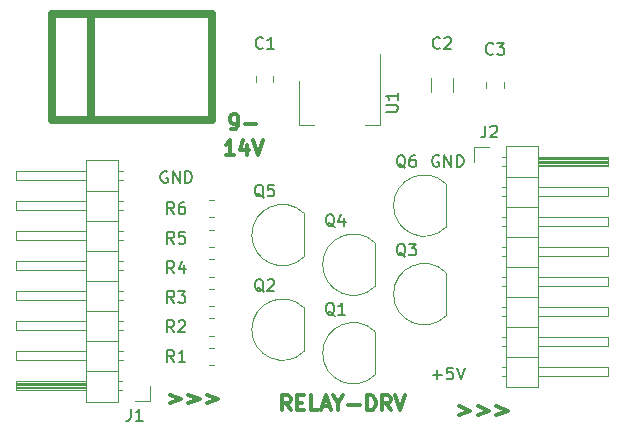
<source format=gbr>
%TF.GenerationSoftware,KiCad,Pcbnew,(5.1.10)-1*%
%TF.CreationDate,2021-11-26T12:13:43-05:00*%
%TF.ProjectId,RELAY_DRVR,52454c41-595f-4445-9256-522e6b696361,rev?*%
%TF.SameCoordinates,Original*%
%TF.FileFunction,Legend,Top*%
%TF.FilePolarity,Positive*%
%FSLAX46Y46*%
G04 Gerber Fmt 4.6, Leading zero omitted, Abs format (unit mm)*
G04 Created by KiCad (PCBNEW (5.1.10)-1) date 2021-11-26 12:13:43*
%MOMM*%
%LPD*%
G01*
G04 APERTURE LIST*
%ADD10C,0.304800*%
%ADD11C,0.150000*%
%ADD12C,0.120000*%
%ADD13C,0.650000*%
G04 APERTURE END LIST*
D10*
X47685476Y-42074523D02*
X47262142Y-41469761D01*
X46959761Y-42074523D02*
X46959761Y-40804523D01*
X47443571Y-40804523D01*
X47564523Y-40865000D01*
X47625000Y-40925476D01*
X47685476Y-41046428D01*
X47685476Y-41227857D01*
X47625000Y-41348809D01*
X47564523Y-41409285D01*
X47443571Y-41469761D01*
X46959761Y-41469761D01*
X48229761Y-41409285D02*
X48653095Y-41409285D01*
X48834523Y-42074523D02*
X48229761Y-42074523D01*
X48229761Y-40804523D01*
X48834523Y-40804523D01*
X49983571Y-42074523D02*
X49378809Y-42074523D01*
X49378809Y-40804523D01*
X50346428Y-41711666D02*
X50951190Y-41711666D01*
X50225476Y-42074523D02*
X50648809Y-40804523D01*
X51072142Y-42074523D01*
X51737380Y-41469761D02*
X51737380Y-42074523D01*
X51314047Y-40804523D02*
X51737380Y-41469761D01*
X52160714Y-40804523D01*
X52584047Y-41590714D02*
X53551666Y-41590714D01*
X54156428Y-42074523D02*
X54156428Y-40804523D01*
X54458809Y-40804523D01*
X54640238Y-40865000D01*
X54761190Y-40985952D01*
X54821666Y-41106904D01*
X54882142Y-41348809D01*
X54882142Y-41530238D01*
X54821666Y-41772142D01*
X54761190Y-41893095D01*
X54640238Y-42014047D01*
X54458809Y-42074523D01*
X54156428Y-42074523D01*
X56152142Y-42074523D02*
X55728809Y-41469761D01*
X55426428Y-42074523D02*
X55426428Y-40804523D01*
X55910238Y-40804523D01*
X56031190Y-40865000D01*
X56091666Y-40925476D01*
X56152142Y-41046428D01*
X56152142Y-41227857D01*
X56091666Y-41348809D01*
X56031190Y-41409285D01*
X55910238Y-41469761D01*
X55426428Y-41469761D01*
X56515000Y-40804523D02*
X56938333Y-42074523D01*
X57361666Y-40804523D01*
X61943809Y-41727857D02*
X62911428Y-42090714D01*
X61943809Y-42453571D01*
X63516190Y-41727857D02*
X64483809Y-42090714D01*
X63516190Y-42453571D01*
X65088571Y-41727857D02*
X66056190Y-42090714D01*
X65088571Y-42453571D01*
X37443809Y-40727857D02*
X38411428Y-41090714D01*
X37443809Y-41453571D01*
X39016190Y-40727857D02*
X39983809Y-41090714D01*
X39016190Y-41453571D01*
X40588571Y-40727857D02*
X41556190Y-41090714D01*
X40588571Y-41453571D01*
D11*
X59714285Y-39071428D02*
X60476190Y-39071428D01*
X60095238Y-39452380D02*
X60095238Y-38690476D01*
X61428571Y-38452380D02*
X60952380Y-38452380D01*
X60904761Y-38928571D01*
X60952380Y-38880952D01*
X61047619Y-38833333D01*
X61285714Y-38833333D01*
X61380952Y-38880952D01*
X61428571Y-38928571D01*
X61476190Y-39023809D01*
X61476190Y-39261904D01*
X61428571Y-39357142D01*
X61380952Y-39404761D01*
X61285714Y-39452380D01*
X61047619Y-39452380D01*
X60952380Y-39404761D01*
X60904761Y-39357142D01*
X61761904Y-38452380D02*
X62095238Y-39452380D01*
X62428571Y-38452380D01*
X60238095Y-20500000D02*
X60142857Y-20452380D01*
X60000000Y-20452380D01*
X59857142Y-20500000D01*
X59761904Y-20595238D01*
X59714285Y-20690476D01*
X59666666Y-20880952D01*
X59666666Y-21023809D01*
X59714285Y-21214285D01*
X59761904Y-21309523D01*
X59857142Y-21404761D01*
X60000000Y-21452380D01*
X60095238Y-21452380D01*
X60238095Y-21404761D01*
X60285714Y-21357142D01*
X60285714Y-21023809D01*
X60095238Y-21023809D01*
X60714285Y-21452380D02*
X60714285Y-20452380D01*
X61285714Y-21452380D01*
X61285714Y-20452380D01*
X61761904Y-21452380D02*
X61761904Y-20452380D01*
X62000000Y-20452380D01*
X62142857Y-20500000D01*
X62238095Y-20595238D01*
X62285714Y-20690476D01*
X62333333Y-20880952D01*
X62333333Y-21023809D01*
X62285714Y-21214285D01*
X62238095Y-21309523D01*
X62142857Y-21404761D01*
X62000000Y-21452380D01*
X61761904Y-21452380D01*
X37238095Y-21852000D02*
X37142857Y-21804380D01*
X37000000Y-21804380D01*
X36857142Y-21852000D01*
X36761904Y-21947238D01*
X36714285Y-22042476D01*
X36666666Y-22232952D01*
X36666666Y-22375809D01*
X36714285Y-22566285D01*
X36761904Y-22661523D01*
X36857142Y-22756761D01*
X37000000Y-22804380D01*
X37095238Y-22804380D01*
X37238095Y-22756761D01*
X37285714Y-22709142D01*
X37285714Y-22375809D01*
X37095238Y-22375809D01*
X37714285Y-22804380D02*
X37714285Y-21804380D01*
X38285714Y-22804380D01*
X38285714Y-21804380D01*
X38761904Y-22804380D02*
X38761904Y-21804380D01*
X39000000Y-21804380D01*
X39142857Y-21852000D01*
X39238095Y-21947238D01*
X39285714Y-22042476D01*
X39333333Y-22232952D01*
X39333333Y-22375809D01*
X39285714Y-22566285D01*
X39238095Y-22661523D01*
X39142857Y-22756761D01*
X39000000Y-22804380D01*
X38761904Y-22804380D01*
D10*
X42659904Y-18265623D02*
X42901809Y-18265623D01*
X43022761Y-18205147D01*
X43083238Y-18144671D01*
X43204190Y-17963242D01*
X43264666Y-17721338D01*
X43264666Y-17237528D01*
X43204190Y-17116576D01*
X43143714Y-17056100D01*
X43022761Y-16995623D01*
X42780857Y-16995623D01*
X42659904Y-17056100D01*
X42599428Y-17116576D01*
X42538952Y-17237528D01*
X42538952Y-17539909D01*
X42599428Y-17660861D01*
X42659904Y-17721338D01*
X42780857Y-17781814D01*
X43022761Y-17781814D01*
X43143714Y-17721338D01*
X43204190Y-17660861D01*
X43264666Y-17539909D01*
X43808952Y-17781814D02*
X44776571Y-17781814D01*
X42901809Y-20475423D02*
X42176095Y-20475423D01*
X42538952Y-20475423D02*
X42538952Y-19205423D01*
X42418000Y-19386852D01*
X42297047Y-19507804D01*
X42176095Y-19568280D01*
X43990380Y-19628757D02*
X43990380Y-20475423D01*
X43688000Y-19144947D02*
X43385619Y-20052090D01*
X44171809Y-20052090D01*
X44474190Y-19205423D02*
X44897523Y-20475423D01*
X45320857Y-19205423D01*
D12*
%TO.C,C1*%
X44765000Y-13738748D02*
X44765000Y-14261252D01*
X46235000Y-13738748D02*
X46235000Y-14261252D01*
%TO.C,C2*%
X61410000Y-13897936D02*
X61410000Y-15102064D01*
X59590000Y-13897936D02*
X59590000Y-15102064D01*
%TO.C,C3*%
X65735000Y-14238748D02*
X65735000Y-14761252D01*
X64265000Y-14238748D02*
X64265000Y-14761252D01*
%TO.C,J1*%
X35770000Y-41270000D02*
X34500000Y-41270000D01*
X35770000Y-40000000D02*
X35770000Y-41270000D01*
X33457071Y-21840000D02*
X33060000Y-21840000D01*
X33457071Y-22600000D02*
X33060000Y-22600000D01*
X24400000Y-21840000D02*
X30400000Y-21840000D01*
X24400000Y-22600000D02*
X24400000Y-21840000D01*
X30400000Y-22600000D02*
X24400000Y-22600000D01*
X33060000Y-23490000D02*
X30400000Y-23490000D01*
X33457071Y-24380000D02*
X33060000Y-24380000D01*
X33457071Y-25140000D02*
X33060000Y-25140000D01*
X24400000Y-24380000D02*
X30400000Y-24380000D01*
X24400000Y-25140000D02*
X24400000Y-24380000D01*
X30400000Y-25140000D02*
X24400000Y-25140000D01*
X33060000Y-26030000D02*
X30400000Y-26030000D01*
X33457071Y-26920000D02*
X33060000Y-26920000D01*
X33457071Y-27680000D02*
X33060000Y-27680000D01*
X24400000Y-26920000D02*
X30400000Y-26920000D01*
X24400000Y-27680000D02*
X24400000Y-26920000D01*
X30400000Y-27680000D02*
X24400000Y-27680000D01*
X33060000Y-28570000D02*
X30400000Y-28570000D01*
X33457071Y-29460000D02*
X33060000Y-29460000D01*
X33457071Y-30220000D02*
X33060000Y-30220000D01*
X24400000Y-29460000D02*
X30400000Y-29460000D01*
X24400000Y-30220000D02*
X24400000Y-29460000D01*
X30400000Y-30220000D02*
X24400000Y-30220000D01*
X33060000Y-31110000D02*
X30400000Y-31110000D01*
X33457071Y-32000000D02*
X33060000Y-32000000D01*
X33457071Y-32760000D02*
X33060000Y-32760000D01*
X24400000Y-32000000D02*
X30400000Y-32000000D01*
X24400000Y-32760000D02*
X24400000Y-32000000D01*
X30400000Y-32760000D02*
X24400000Y-32760000D01*
X33060000Y-33650000D02*
X30400000Y-33650000D01*
X33457071Y-34540000D02*
X33060000Y-34540000D01*
X33457071Y-35300000D02*
X33060000Y-35300000D01*
X24400000Y-34540000D02*
X30400000Y-34540000D01*
X24400000Y-35300000D02*
X24400000Y-34540000D01*
X30400000Y-35300000D02*
X24400000Y-35300000D01*
X33060000Y-36190000D02*
X30400000Y-36190000D01*
X33457071Y-37080000D02*
X33060000Y-37080000D01*
X33457071Y-37840000D02*
X33060000Y-37840000D01*
X24400000Y-37080000D02*
X30400000Y-37080000D01*
X24400000Y-37840000D02*
X24400000Y-37080000D01*
X30400000Y-37840000D02*
X24400000Y-37840000D01*
X33060000Y-38730000D02*
X30400000Y-38730000D01*
X33390000Y-39620000D02*
X33060000Y-39620000D01*
X33390000Y-40380000D02*
X33060000Y-40380000D01*
X30400000Y-39720000D02*
X24400000Y-39720000D01*
X30400000Y-39840000D02*
X24400000Y-39840000D01*
X30400000Y-39960000D02*
X24400000Y-39960000D01*
X30400000Y-40080000D02*
X24400000Y-40080000D01*
X30400000Y-40200000D02*
X24400000Y-40200000D01*
X30400000Y-40320000D02*
X24400000Y-40320000D01*
X24400000Y-39620000D02*
X30400000Y-39620000D01*
X24400000Y-40380000D02*
X24400000Y-39620000D01*
X30400000Y-40380000D02*
X24400000Y-40380000D01*
X30400000Y-41330000D02*
X33060000Y-41330000D01*
X30400000Y-20890000D02*
X30400000Y-41330000D01*
X33060000Y-20890000D02*
X30400000Y-20890000D01*
X33060000Y-41330000D02*
X33060000Y-20890000D01*
%TO.C,J2*%
X65940000Y-19670000D02*
X65940000Y-40110000D01*
X65940000Y-40110000D02*
X68600000Y-40110000D01*
X68600000Y-40110000D02*
X68600000Y-19670000D01*
X68600000Y-19670000D02*
X65940000Y-19670000D01*
X68600000Y-20620000D02*
X74600000Y-20620000D01*
X74600000Y-20620000D02*
X74600000Y-21380000D01*
X74600000Y-21380000D02*
X68600000Y-21380000D01*
X68600000Y-20680000D02*
X74600000Y-20680000D01*
X68600000Y-20800000D02*
X74600000Y-20800000D01*
X68600000Y-20920000D02*
X74600000Y-20920000D01*
X68600000Y-21040000D02*
X74600000Y-21040000D01*
X68600000Y-21160000D02*
X74600000Y-21160000D01*
X68600000Y-21280000D02*
X74600000Y-21280000D01*
X65610000Y-20620000D02*
X65940000Y-20620000D01*
X65610000Y-21380000D02*
X65940000Y-21380000D01*
X65940000Y-22270000D02*
X68600000Y-22270000D01*
X68600000Y-23160000D02*
X74600000Y-23160000D01*
X74600000Y-23160000D02*
X74600000Y-23920000D01*
X74600000Y-23920000D02*
X68600000Y-23920000D01*
X65542929Y-23160000D02*
X65940000Y-23160000D01*
X65542929Y-23920000D02*
X65940000Y-23920000D01*
X65940000Y-24810000D02*
X68600000Y-24810000D01*
X68600000Y-25700000D02*
X74600000Y-25700000D01*
X74600000Y-25700000D02*
X74600000Y-26460000D01*
X74600000Y-26460000D02*
X68600000Y-26460000D01*
X65542929Y-25700000D02*
X65940000Y-25700000D01*
X65542929Y-26460000D02*
X65940000Y-26460000D01*
X65940000Y-27350000D02*
X68600000Y-27350000D01*
X68600000Y-28240000D02*
X74600000Y-28240000D01*
X74600000Y-28240000D02*
X74600000Y-29000000D01*
X74600000Y-29000000D02*
X68600000Y-29000000D01*
X65542929Y-28240000D02*
X65940000Y-28240000D01*
X65542929Y-29000000D02*
X65940000Y-29000000D01*
X65940000Y-29890000D02*
X68600000Y-29890000D01*
X68600000Y-30780000D02*
X74600000Y-30780000D01*
X74600000Y-30780000D02*
X74600000Y-31540000D01*
X74600000Y-31540000D02*
X68600000Y-31540000D01*
X65542929Y-30780000D02*
X65940000Y-30780000D01*
X65542929Y-31540000D02*
X65940000Y-31540000D01*
X65940000Y-32430000D02*
X68600000Y-32430000D01*
X68600000Y-33320000D02*
X74600000Y-33320000D01*
X74600000Y-33320000D02*
X74600000Y-34080000D01*
X74600000Y-34080000D02*
X68600000Y-34080000D01*
X65542929Y-33320000D02*
X65940000Y-33320000D01*
X65542929Y-34080000D02*
X65940000Y-34080000D01*
X65940000Y-34970000D02*
X68600000Y-34970000D01*
X68600000Y-35860000D02*
X74600000Y-35860000D01*
X74600000Y-35860000D02*
X74600000Y-36620000D01*
X74600000Y-36620000D02*
X68600000Y-36620000D01*
X65542929Y-35860000D02*
X65940000Y-35860000D01*
X65542929Y-36620000D02*
X65940000Y-36620000D01*
X65940000Y-37510000D02*
X68600000Y-37510000D01*
X68600000Y-38400000D02*
X74600000Y-38400000D01*
X74600000Y-38400000D02*
X74600000Y-39160000D01*
X74600000Y-39160000D02*
X68600000Y-39160000D01*
X65542929Y-38400000D02*
X65940000Y-38400000D01*
X65542929Y-39160000D02*
X65940000Y-39160000D01*
X63230000Y-21000000D02*
X63230000Y-19730000D01*
X63230000Y-19730000D02*
X64500000Y-19730000D01*
D13*
%TO.C,J3*%
X30800000Y-17500000D02*
X30800000Y-8500000D01*
X27500000Y-8500000D02*
X27500000Y-17500000D01*
X27500000Y-8500000D02*
X41000000Y-8500000D01*
X41000000Y-8500000D02*
X41000000Y-17500000D01*
X27500000Y-17500000D02*
X41000000Y-17500000D01*
D12*
%TO.C,Q1*%
X54850000Y-39030000D02*
X54850000Y-35430000D01*
X54838478Y-35391522D02*
G75*
G03*
X50400000Y-37230000I-1838478J-1838478D01*
G01*
X54838478Y-39068478D02*
G75*
G02*
X50400000Y-37230000I-1838478J1838478D01*
G01*
%TO.C,Q2*%
X48850000Y-37030000D02*
X48850000Y-33430000D01*
X48838478Y-37068478D02*
G75*
G02*
X44400000Y-35230000I-1838478J1838478D01*
G01*
X48838478Y-33391522D02*
G75*
G03*
X44400000Y-35230000I-1838478J-1838478D01*
G01*
%TO.C,Q3*%
X60850000Y-34030000D02*
X60850000Y-30430000D01*
X60838478Y-34068478D02*
G75*
G02*
X56400000Y-32230000I-1838478J1838478D01*
G01*
X60838478Y-30391522D02*
G75*
G03*
X56400000Y-32230000I-1838478J-1838478D01*
G01*
%TO.C,Q4*%
X54850000Y-31530000D02*
X54850000Y-27930000D01*
X54838478Y-27891522D02*
G75*
G03*
X50400000Y-29730000I-1838478J-1838478D01*
G01*
X54838478Y-31568478D02*
G75*
G02*
X50400000Y-29730000I-1838478J1838478D01*
G01*
%TO.C,Q5*%
X48850000Y-29030000D02*
X48850000Y-25430000D01*
X48838478Y-29068478D02*
G75*
G02*
X44400000Y-27230000I-1838478J1838478D01*
G01*
X48838478Y-25391522D02*
G75*
G03*
X44400000Y-27230000I-1838478J-1838478D01*
G01*
%TO.C,Q6*%
X60850000Y-26530000D02*
X60850000Y-22930000D01*
X60838478Y-22891522D02*
G75*
G03*
X56400000Y-24730000I-1838478J-1838478D01*
G01*
X60838478Y-26568478D02*
G75*
G02*
X56400000Y-24730000I-1838478J1838478D01*
G01*
%TO.C,R1*%
X41227064Y-36765000D02*
X40772936Y-36765000D01*
X41227064Y-38235000D02*
X40772936Y-38235000D01*
%TO.C,R2*%
X41227064Y-35735000D02*
X40772936Y-35735000D01*
X41227064Y-34265000D02*
X40772936Y-34265000D01*
%TO.C,R3*%
X41227064Y-31765000D02*
X40772936Y-31765000D01*
X41227064Y-33235000D02*
X40772936Y-33235000D01*
%TO.C,R4*%
X41227064Y-30735000D02*
X40772936Y-30735000D01*
X41227064Y-29265000D02*
X40772936Y-29265000D01*
%TO.C,R5*%
X41227064Y-26765000D02*
X40772936Y-26765000D01*
X41227064Y-28235000D02*
X40772936Y-28235000D01*
%TO.C,R6*%
X41227064Y-25735000D02*
X40772936Y-25735000D01*
X41227064Y-24265000D02*
X40772936Y-24265000D01*
%TO.C,U1*%
X48406000Y-17912000D02*
X49666000Y-17912000D01*
X55226000Y-17912000D02*
X53966000Y-17912000D01*
X48406000Y-14152000D02*
X48406000Y-17912000D01*
X55226000Y-11902000D02*
X55226000Y-17912000D01*
%TO.C,C1*%
D11*
X45333333Y-11357142D02*
X45285714Y-11404761D01*
X45142857Y-11452380D01*
X45047619Y-11452380D01*
X44904761Y-11404761D01*
X44809523Y-11309523D01*
X44761904Y-11214285D01*
X44714285Y-11023809D01*
X44714285Y-10880952D01*
X44761904Y-10690476D01*
X44809523Y-10595238D01*
X44904761Y-10500000D01*
X45047619Y-10452380D01*
X45142857Y-10452380D01*
X45285714Y-10500000D01*
X45333333Y-10547619D01*
X46285714Y-11452380D02*
X45714285Y-11452380D01*
X46000000Y-11452380D02*
X46000000Y-10452380D01*
X45904761Y-10595238D01*
X45809523Y-10690476D01*
X45714285Y-10738095D01*
%TO.C,C2*%
X60333333Y-11357142D02*
X60285714Y-11404761D01*
X60142857Y-11452380D01*
X60047619Y-11452380D01*
X59904761Y-11404761D01*
X59809523Y-11309523D01*
X59761904Y-11214285D01*
X59714285Y-11023809D01*
X59714285Y-10880952D01*
X59761904Y-10690476D01*
X59809523Y-10595238D01*
X59904761Y-10500000D01*
X60047619Y-10452380D01*
X60142857Y-10452380D01*
X60285714Y-10500000D01*
X60333333Y-10547619D01*
X60714285Y-10547619D02*
X60761904Y-10500000D01*
X60857142Y-10452380D01*
X61095238Y-10452380D01*
X61190476Y-10500000D01*
X61238095Y-10547619D01*
X61285714Y-10642857D01*
X61285714Y-10738095D01*
X61238095Y-10880952D01*
X60666666Y-11452380D01*
X61285714Y-11452380D01*
%TO.C,C3*%
X64833333Y-11857142D02*
X64785714Y-11904761D01*
X64642857Y-11952380D01*
X64547619Y-11952380D01*
X64404761Y-11904761D01*
X64309523Y-11809523D01*
X64261904Y-11714285D01*
X64214285Y-11523809D01*
X64214285Y-11380952D01*
X64261904Y-11190476D01*
X64309523Y-11095238D01*
X64404761Y-11000000D01*
X64547619Y-10952380D01*
X64642857Y-10952380D01*
X64785714Y-11000000D01*
X64833333Y-11047619D01*
X65166666Y-10952380D02*
X65785714Y-10952380D01*
X65452380Y-11333333D01*
X65595238Y-11333333D01*
X65690476Y-11380952D01*
X65738095Y-11428571D01*
X65785714Y-11523809D01*
X65785714Y-11761904D01*
X65738095Y-11857142D01*
X65690476Y-11904761D01*
X65595238Y-11952380D01*
X65309523Y-11952380D01*
X65214285Y-11904761D01*
X65166666Y-11857142D01*
%TO.C,J1*%
X34166666Y-41952380D02*
X34166666Y-42666666D01*
X34119047Y-42809523D01*
X34023809Y-42904761D01*
X33880952Y-42952380D01*
X33785714Y-42952380D01*
X35166666Y-42952380D02*
X34595238Y-42952380D01*
X34880952Y-42952380D02*
X34880952Y-41952380D01*
X34785714Y-42095238D01*
X34690476Y-42190476D01*
X34595238Y-42238095D01*
%TO.C,J2*%
X64166666Y-17952380D02*
X64166666Y-18666666D01*
X64119047Y-18809523D01*
X64023809Y-18904761D01*
X63880952Y-18952380D01*
X63785714Y-18952380D01*
X64595238Y-18047619D02*
X64642857Y-18000000D01*
X64738095Y-17952380D01*
X64976190Y-17952380D01*
X65071428Y-18000000D01*
X65119047Y-18047619D01*
X65166666Y-18142857D01*
X65166666Y-18238095D01*
X65119047Y-18380952D01*
X64547619Y-18952380D01*
X65166666Y-18952380D01*
%TO.C,Q1*%
X51404761Y-34047619D02*
X51309523Y-34000000D01*
X51214285Y-33904761D01*
X51071428Y-33761904D01*
X50976190Y-33714285D01*
X50880952Y-33714285D01*
X50928571Y-33952380D02*
X50833333Y-33904761D01*
X50738095Y-33809523D01*
X50690476Y-33619047D01*
X50690476Y-33285714D01*
X50738095Y-33095238D01*
X50833333Y-33000000D01*
X50928571Y-32952380D01*
X51119047Y-32952380D01*
X51214285Y-33000000D01*
X51309523Y-33095238D01*
X51357142Y-33285714D01*
X51357142Y-33619047D01*
X51309523Y-33809523D01*
X51214285Y-33904761D01*
X51119047Y-33952380D01*
X50928571Y-33952380D01*
X52309523Y-33952380D02*
X51738095Y-33952380D01*
X52023809Y-33952380D02*
X52023809Y-32952380D01*
X51928571Y-33095238D01*
X51833333Y-33190476D01*
X51738095Y-33238095D01*
%TO.C,Q2*%
X45404761Y-32047619D02*
X45309523Y-32000000D01*
X45214285Y-31904761D01*
X45071428Y-31761904D01*
X44976190Y-31714285D01*
X44880952Y-31714285D01*
X44928571Y-31952380D02*
X44833333Y-31904761D01*
X44738095Y-31809523D01*
X44690476Y-31619047D01*
X44690476Y-31285714D01*
X44738095Y-31095238D01*
X44833333Y-31000000D01*
X44928571Y-30952380D01*
X45119047Y-30952380D01*
X45214285Y-31000000D01*
X45309523Y-31095238D01*
X45357142Y-31285714D01*
X45357142Y-31619047D01*
X45309523Y-31809523D01*
X45214285Y-31904761D01*
X45119047Y-31952380D01*
X44928571Y-31952380D01*
X45738095Y-31047619D02*
X45785714Y-31000000D01*
X45880952Y-30952380D01*
X46119047Y-30952380D01*
X46214285Y-31000000D01*
X46261904Y-31047619D01*
X46309523Y-31142857D01*
X46309523Y-31238095D01*
X46261904Y-31380952D01*
X45690476Y-31952380D01*
X46309523Y-31952380D01*
%TO.C,Q3*%
X57404761Y-29047619D02*
X57309523Y-29000000D01*
X57214285Y-28904761D01*
X57071428Y-28761904D01*
X56976190Y-28714285D01*
X56880952Y-28714285D01*
X56928571Y-28952380D02*
X56833333Y-28904761D01*
X56738095Y-28809523D01*
X56690476Y-28619047D01*
X56690476Y-28285714D01*
X56738095Y-28095238D01*
X56833333Y-28000000D01*
X56928571Y-27952380D01*
X57119047Y-27952380D01*
X57214285Y-28000000D01*
X57309523Y-28095238D01*
X57357142Y-28285714D01*
X57357142Y-28619047D01*
X57309523Y-28809523D01*
X57214285Y-28904761D01*
X57119047Y-28952380D01*
X56928571Y-28952380D01*
X57690476Y-27952380D02*
X58309523Y-27952380D01*
X57976190Y-28333333D01*
X58119047Y-28333333D01*
X58214285Y-28380952D01*
X58261904Y-28428571D01*
X58309523Y-28523809D01*
X58309523Y-28761904D01*
X58261904Y-28857142D01*
X58214285Y-28904761D01*
X58119047Y-28952380D01*
X57833333Y-28952380D01*
X57738095Y-28904761D01*
X57690476Y-28857142D01*
%TO.C,Q4*%
X51404761Y-26547619D02*
X51309523Y-26500000D01*
X51214285Y-26404761D01*
X51071428Y-26261904D01*
X50976190Y-26214285D01*
X50880952Y-26214285D01*
X50928571Y-26452380D02*
X50833333Y-26404761D01*
X50738095Y-26309523D01*
X50690476Y-26119047D01*
X50690476Y-25785714D01*
X50738095Y-25595238D01*
X50833333Y-25500000D01*
X50928571Y-25452380D01*
X51119047Y-25452380D01*
X51214285Y-25500000D01*
X51309523Y-25595238D01*
X51357142Y-25785714D01*
X51357142Y-26119047D01*
X51309523Y-26309523D01*
X51214285Y-26404761D01*
X51119047Y-26452380D01*
X50928571Y-26452380D01*
X52214285Y-25785714D02*
X52214285Y-26452380D01*
X51976190Y-25404761D02*
X51738095Y-26119047D01*
X52357142Y-26119047D01*
%TO.C,Q5*%
X45404761Y-24047619D02*
X45309523Y-24000000D01*
X45214285Y-23904761D01*
X45071428Y-23761904D01*
X44976190Y-23714285D01*
X44880952Y-23714285D01*
X44928571Y-23952380D02*
X44833333Y-23904761D01*
X44738095Y-23809523D01*
X44690476Y-23619047D01*
X44690476Y-23285714D01*
X44738095Y-23095238D01*
X44833333Y-23000000D01*
X44928571Y-22952380D01*
X45119047Y-22952380D01*
X45214285Y-23000000D01*
X45309523Y-23095238D01*
X45357142Y-23285714D01*
X45357142Y-23619047D01*
X45309523Y-23809523D01*
X45214285Y-23904761D01*
X45119047Y-23952380D01*
X44928571Y-23952380D01*
X46261904Y-22952380D02*
X45785714Y-22952380D01*
X45738095Y-23428571D01*
X45785714Y-23380952D01*
X45880952Y-23333333D01*
X46119047Y-23333333D01*
X46214285Y-23380952D01*
X46261904Y-23428571D01*
X46309523Y-23523809D01*
X46309523Y-23761904D01*
X46261904Y-23857142D01*
X46214285Y-23904761D01*
X46119047Y-23952380D01*
X45880952Y-23952380D01*
X45785714Y-23904761D01*
X45738095Y-23857142D01*
%TO.C,Q6*%
X57404761Y-21547619D02*
X57309523Y-21500000D01*
X57214285Y-21404761D01*
X57071428Y-21261904D01*
X56976190Y-21214285D01*
X56880952Y-21214285D01*
X56928571Y-21452380D02*
X56833333Y-21404761D01*
X56738095Y-21309523D01*
X56690476Y-21119047D01*
X56690476Y-20785714D01*
X56738095Y-20595238D01*
X56833333Y-20500000D01*
X56928571Y-20452380D01*
X57119047Y-20452380D01*
X57214285Y-20500000D01*
X57309523Y-20595238D01*
X57357142Y-20785714D01*
X57357142Y-21119047D01*
X57309523Y-21309523D01*
X57214285Y-21404761D01*
X57119047Y-21452380D01*
X56928571Y-21452380D01*
X58214285Y-20452380D02*
X58023809Y-20452380D01*
X57928571Y-20500000D01*
X57880952Y-20547619D01*
X57785714Y-20690476D01*
X57738095Y-20880952D01*
X57738095Y-21261904D01*
X57785714Y-21357142D01*
X57833333Y-21404761D01*
X57928571Y-21452380D01*
X58119047Y-21452380D01*
X58214285Y-21404761D01*
X58261904Y-21357142D01*
X58309523Y-21261904D01*
X58309523Y-21023809D01*
X58261904Y-20928571D01*
X58214285Y-20880952D01*
X58119047Y-20833333D01*
X57928571Y-20833333D01*
X57833333Y-20880952D01*
X57785714Y-20928571D01*
X57738095Y-21023809D01*
%TO.C,R1*%
X37833333Y-37952380D02*
X37500000Y-37476190D01*
X37261904Y-37952380D02*
X37261904Y-36952380D01*
X37642857Y-36952380D01*
X37738095Y-37000000D01*
X37785714Y-37047619D01*
X37833333Y-37142857D01*
X37833333Y-37285714D01*
X37785714Y-37380952D01*
X37738095Y-37428571D01*
X37642857Y-37476190D01*
X37261904Y-37476190D01*
X38785714Y-37952380D02*
X38214285Y-37952380D01*
X38500000Y-37952380D02*
X38500000Y-36952380D01*
X38404761Y-37095238D01*
X38309523Y-37190476D01*
X38214285Y-37238095D01*
%TO.C,R2*%
X37833333Y-35452380D02*
X37500000Y-34976190D01*
X37261904Y-35452380D02*
X37261904Y-34452380D01*
X37642857Y-34452380D01*
X37738095Y-34500000D01*
X37785714Y-34547619D01*
X37833333Y-34642857D01*
X37833333Y-34785714D01*
X37785714Y-34880952D01*
X37738095Y-34928571D01*
X37642857Y-34976190D01*
X37261904Y-34976190D01*
X38214285Y-34547619D02*
X38261904Y-34500000D01*
X38357142Y-34452380D01*
X38595238Y-34452380D01*
X38690476Y-34500000D01*
X38738095Y-34547619D01*
X38785714Y-34642857D01*
X38785714Y-34738095D01*
X38738095Y-34880952D01*
X38166666Y-35452380D01*
X38785714Y-35452380D01*
%TO.C,R3*%
X37833333Y-32952380D02*
X37500000Y-32476190D01*
X37261904Y-32952380D02*
X37261904Y-31952380D01*
X37642857Y-31952380D01*
X37738095Y-32000000D01*
X37785714Y-32047619D01*
X37833333Y-32142857D01*
X37833333Y-32285714D01*
X37785714Y-32380952D01*
X37738095Y-32428571D01*
X37642857Y-32476190D01*
X37261904Y-32476190D01*
X38166666Y-31952380D02*
X38785714Y-31952380D01*
X38452380Y-32333333D01*
X38595238Y-32333333D01*
X38690476Y-32380952D01*
X38738095Y-32428571D01*
X38785714Y-32523809D01*
X38785714Y-32761904D01*
X38738095Y-32857142D01*
X38690476Y-32904761D01*
X38595238Y-32952380D01*
X38309523Y-32952380D01*
X38214285Y-32904761D01*
X38166666Y-32857142D01*
%TO.C,R4*%
X37833333Y-30452380D02*
X37500000Y-29976190D01*
X37261904Y-30452380D02*
X37261904Y-29452380D01*
X37642857Y-29452380D01*
X37738095Y-29500000D01*
X37785714Y-29547619D01*
X37833333Y-29642857D01*
X37833333Y-29785714D01*
X37785714Y-29880952D01*
X37738095Y-29928571D01*
X37642857Y-29976190D01*
X37261904Y-29976190D01*
X38690476Y-29785714D02*
X38690476Y-30452380D01*
X38452380Y-29404761D02*
X38214285Y-30119047D01*
X38833333Y-30119047D01*
%TO.C,R5*%
X37833333Y-27952380D02*
X37500000Y-27476190D01*
X37261904Y-27952380D02*
X37261904Y-26952380D01*
X37642857Y-26952380D01*
X37738095Y-27000000D01*
X37785714Y-27047619D01*
X37833333Y-27142857D01*
X37833333Y-27285714D01*
X37785714Y-27380952D01*
X37738095Y-27428571D01*
X37642857Y-27476190D01*
X37261904Y-27476190D01*
X38738095Y-26952380D02*
X38261904Y-26952380D01*
X38214285Y-27428571D01*
X38261904Y-27380952D01*
X38357142Y-27333333D01*
X38595238Y-27333333D01*
X38690476Y-27380952D01*
X38738095Y-27428571D01*
X38785714Y-27523809D01*
X38785714Y-27761904D01*
X38738095Y-27857142D01*
X38690476Y-27904761D01*
X38595238Y-27952380D01*
X38357142Y-27952380D01*
X38261904Y-27904761D01*
X38214285Y-27857142D01*
%TO.C,R6*%
X37833333Y-25452380D02*
X37500000Y-24976190D01*
X37261904Y-25452380D02*
X37261904Y-24452380D01*
X37642857Y-24452380D01*
X37738095Y-24500000D01*
X37785714Y-24547619D01*
X37833333Y-24642857D01*
X37833333Y-24785714D01*
X37785714Y-24880952D01*
X37738095Y-24928571D01*
X37642857Y-24976190D01*
X37261904Y-24976190D01*
X38690476Y-24452380D02*
X38500000Y-24452380D01*
X38404761Y-24500000D01*
X38357142Y-24547619D01*
X38261904Y-24690476D01*
X38214285Y-24880952D01*
X38214285Y-25261904D01*
X38261904Y-25357142D01*
X38309523Y-25404761D01*
X38404761Y-25452380D01*
X38595238Y-25452380D01*
X38690476Y-25404761D01*
X38738095Y-25357142D01*
X38785714Y-25261904D01*
X38785714Y-25023809D01*
X38738095Y-24928571D01*
X38690476Y-24880952D01*
X38595238Y-24833333D01*
X38404761Y-24833333D01*
X38309523Y-24880952D01*
X38261904Y-24928571D01*
X38214285Y-25023809D01*
%TO.C,U1*%
X55768380Y-16763904D02*
X56577904Y-16763904D01*
X56673142Y-16716285D01*
X56720761Y-16668666D01*
X56768380Y-16573428D01*
X56768380Y-16382952D01*
X56720761Y-16287714D01*
X56673142Y-16240095D01*
X56577904Y-16192476D01*
X55768380Y-16192476D01*
X56768380Y-15192476D02*
X56768380Y-15763904D01*
X56768380Y-15478190D02*
X55768380Y-15478190D01*
X55911238Y-15573428D01*
X56006476Y-15668666D01*
X56054095Y-15763904D01*
%TD*%
M02*

</source>
